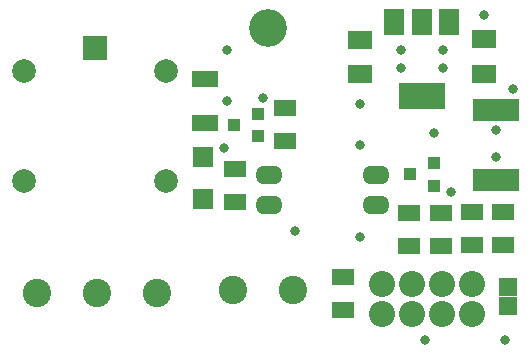
<source format=gts>
G04*
G04 #@! TF.GenerationSoftware,Altium Limited,Altium Designer,23.10.1 (27)*
G04*
G04 Layer_Color=8388736*
%FSLAX44Y44*%
%MOMM*%
G71*
G04*
G04 #@! TF.SameCoordinates,FE8EC528-225C-4A11-B971-79AFC16B1169*
G04*
G04*
G04 #@! TF.FilePolarity,Negative*
G04*
G01*
G75*
%ADD25R,1.8532X1.4032*%
%ADD26R,1.1032X1.0032*%
%ADD27R,1.6032X1.5032*%
%ADD28R,3.9000X1.9000*%
%ADD29R,2.0032X1.5032*%
%ADD30R,4.0032X2.2032*%
%ADD31R,1.7032X2.2032*%
%ADD32R,1.8032X1.7032*%
%ADD33R,2.2032X1.4532*%
%ADD34O,2.3032X1.6032*%
%ADD35C,3.2032*%
%ADD36C,2.4032*%
%ADD37C,2.2032*%
%ADD38C,2.0032*%
%ADD39R,2.0032X2.0032*%
%ADD40C,0.8032*%
D25*
X707378Y1068000D02*
D03*
Y1040000D02*
D03*
X598000Y1013000D02*
D03*
Y985000D02*
D03*
X734000Y1068000D02*
D03*
Y1040000D02*
D03*
X680835Y1039707D02*
D03*
Y1067707D02*
D03*
X654293D02*
D03*
Y1039707D02*
D03*
X549000Y1156000D02*
D03*
Y1128000D02*
D03*
X507000Y1077000D02*
D03*
Y1105000D02*
D03*
D26*
X655000Y1100000D02*
D03*
X675000Y1109500D02*
D03*
Y1090500D02*
D03*
X506000Y1142000D02*
D03*
X526000Y1151500D02*
D03*
Y1132500D02*
D03*
D27*
X737835Y989000D02*
D03*
Y1005000D02*
D03*
D28*
X727500Y1154500D02*
D03*
Y1095500D02*
D03*
D29*
X717750Y1214500D02*
D03*
Y1185500D02*
D03*
X612207Y1185000D02*
D03*
Y1214000D02*
D03*
D30*
X664707Y1166500D02*
D03*
D31*
X641707Y1229500D02*
D03*
X664707D02*
D03*
X687707D02*
D03*
D32*
X480000Y1079000D02*
D03*
Y1115000D02*
D03*
D33*
X481287Y1143750D02*
D03*
Y1181250D02*
D03*
D34*
X626500Y1074508D02*
D03*
Y1099908D02*
D03*
X535500Y1074508D02*
D03*
Y1099908D02*
D03*
D35*
X535000Y1224000D02*
D03*
D36*
X339400Y999437D02*
D03*
X390200D02*
D03*
X441000D02*
D03*
X504843Y1002250D02*
D03*
X555643D02*
D03*
D37*
X631143Y982000D02*
D03*
X656543D02*
D03*
X681943D02*
D03*
X707343D02*
D03*
Y1007400D02*
D03*
X681943D02*
D03*
X656543D02*
D03*
X631143D02*
D03*
D38*
X328475Y1187500D02*
D03*
X448475D02*
D03*
X328475Y1094790D02*
D03*
X448475D02*
D03*
D39*
X388475Y1207500D02*
D03*
D40*
X500000Y1205000D02*
D03*
X557500Y1052500D02*
D03*
X682500Y1205000D02*
D03*
Y1190000D02*
D03*
X612500Y1125000D02*
D03*
X500000Y1162500D02*
D03*
X497500Y1122500D02*
D03*
X530000Y1165000D02*
D03*
X690000Y1085000D02*
D03*
X727500Y1115000D02*
D03*
Y1137500D02*
D03*
X675000Y1135000D02*
D03*
X647500Y1190000D02*
D03*
Y1205000D02*
D03*
X612500Y1047500D02*
D03*
X735000Y960000D02*
D03*
X667500D02*
D03*
X612500Y1160000D02*
D03*
X717500Y1235000D02*
D03*
X742500Y1172500D02*
D03*
M02*

</source>
